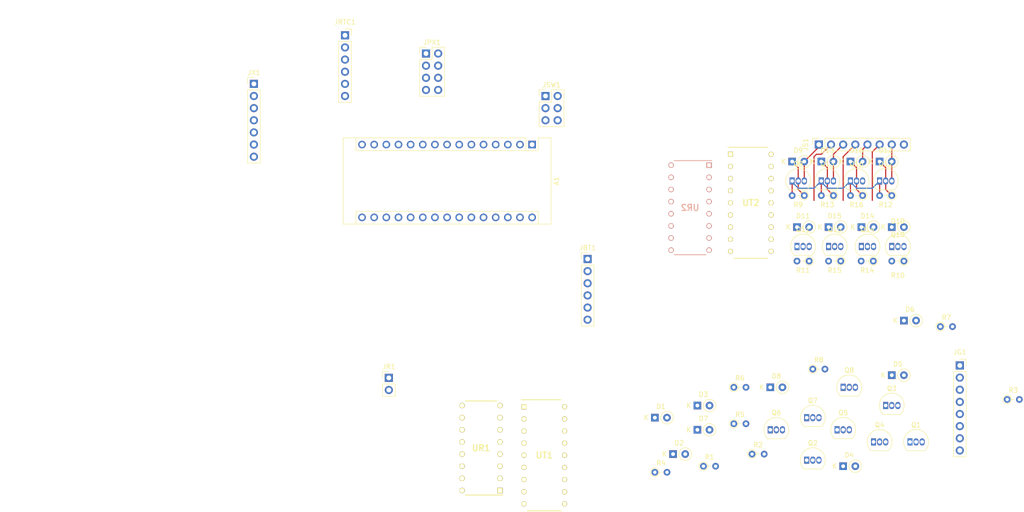
<source format=kicad_pcb>
(kicad_pcb (version 20211014) (generator pcbnew)
  (layers (0 "F.Cu" signal) (31 "B.Cu" signal) (34 "B.Paste" user) (35 "F.Paste" user) (36 "B.SilkS" user "B.Silkscreen") (37 "F.SilkS" user "F.Silkscreen") (38 "B.Mask" user) (39 "F.Mask" user) (44 "Edge.Cuts" user))
  (net 0 "")
  (net 4 "GND1")
  (net 8 "Net-(A1-Pad11)")
  (net 9 "Net-(A1-Pad12)")
  (net 10 "Net-(JSW1-Pad2)")
  (net 11 "Net-(A1-Pad15)")
  (net 12 "Net-(A1-Pad14)")
  (net 15 "Net-(A1-Pad19)")
  (net 16 "Net-(A1-Pad20)")
  (net 17 "+5V")
  (net 18 "Net-(A1-Pad28)")
  (net 20 "GND")
  (net 24 "Net-(D1-Pad1)")
  (net 25 "Net-(D1-Pad2)")
  (net 26 "Net-(D2-Pad1)")
  (net 27 "Net-(D2-Pad2)")
  (net 28 "Net-(D3-Pad1)")
  (net 29 "Net-(D4-Pad1)")
  (net 30 "Net-(D4-Pad2)")
  (net 35 "Net-(UR1-Pad7)")
  (net 36 "Net-(UR1-Pad6)")
  (net 37 "Net-(UR1-Pad5)")
  (net 38 "Net-(UR1-Pad4)")
  (net 39 "Net-(UR1-Pad3)")
  (net 41 "Net-(UR2-Pad15)")
  (net 43 "Net-(UR2-Pad7)")
  (net 44 "Net-(UR2-Pad6)")
  (net 45 "Net-(UR2-Pad5)")
  (net 46 "Net-(UR2-Pad4)")
  (net 47 "Net-(UR2-Pad3)")
  (net 48 "Net-(UR2-Pad2)")
  (net 49 "Net-(UR2-Pad1)")
  (net 50 "Net-(A1-Pad21)")
  (net 51 "Net-(A1-Pad22)")
  (net 52 "Net-(A1-Pad23)")
  (net 53 "Net-(A1-Pad24)")
  (net 54 "Net-(A1-Pad25)")
  (net 55 "Net-(A1-Pad26)")
  (net 56 "Net-(A1-Pad16)")
  (net 57 "Net-(A1-Pad13)")
  (net 58 "Net-(D5-Pad1)")
  (net 59 "Net-(D5-Pad2)")
  (net 60 "Net-(D6-Pad1)")
  (net 61 "Net-(D6-Pad2)")
  (net 62 "Net-(D7-Pad1)")
  (net 63 "Net-(D7-Pad2)")
  (net 64 "Net-(D8-Pad1)")
  (net 65 "Net-(D8-Pad2)")
  (net 66 "Net-(D9-Pad1)")
  (net 67 "Net-(D11-Pad2)")
  (net 74 "Net-(D10-Pad1)")
  (net 75 "Net-(D9-Pad2)")
  (net 76 "Net-(D10-Pad2)")
  (net 77 "Net-(D11-Pad1)")
  (net 78 "Net-(D12-Pad1)")
  (net 79 "Net-(D12-Pad2)")
  (net 80 "Net-(D13-Pad1)")
  (net 81 "Net-(D13-Pad2)")
  (net 82 "Net-(D14-Pad1)")
  (net 83 "Net-(D14-Pad2)")
  (net 84 "Net-(D15-Pad1)")
  (net 85 "Net-(D15-Pad2)")
  (net 86 "Net-(D16-Pad1)")
  (net 87 "Net-(D16-Pad2)")
  (net 88 "+28V")
  (net 89 "Net-(UR1-Pad1)")
  (net 90 "Net-(UR1-Pad2)")
  (net 91 "Net-(UR1-Pad15)")
  (net 95 "Net-(D3-Pad2)")
  (footprint "Diode_THT:D_DO-35_SOD27_P2.54mm_Vertical_KathodeUp" (layer "F.Cu") (at 209.55 93.472)
    (fp_text reference "D14" (at 1.27 -2.326371) (layer "F.SilkS"))
    (fp_text value "1N4148")
    (fp_text user "K" (at -1.8 0) (layer "F.SilkS"))
    (pad "1" thru_hole rect (at 0 0) (size 1.6 1.6) (drill 0.8) (layers *.Cu *.Mask) (net 82 "Net-(D14-Pad1)"))
    (pad "2" thru_hole oval (at 2.54 0) (size 1.6 1.6) (drill 0.8) (layers *.Cu *.Mask) (net 83 "Net-(D14-Pad2)"))
  )
  (footprint "Package_TO_SOT_THT:TO-92_Inline" (layer "F.Cu") (at 198.12 133.35)
    (fp_text reference "Q7" (at 1.27 -3.56) (layer "F.SilkS"))
    (fp_text value "BC547")
    (pad "1" thru_hole rect (at 0 0) (size 1.05 1.5) (drill 0.75) (layers *.Cu *.Mask) (net 88 "+28V"))
    (pad "2" thru_hole oval (at 1.27 0) (size 1.05 1.5) (drill 0.75) (layers *.Cu *.Mask) (net 62 "Net-(D7-Pad1)"))
    (pad "3" thru_hole oval (at 2.54 0) (size 1.05 1.5) (drill 0.75) (layers *.Cu *.Mask) (net 63 "Net-(D7-Pad2)"))
  )
  (footprint "Package_TO_SOT_THT:TO-92_Inline" (layer "F.Cu") (at 195.072 83.82)
    (fp_text reference "Q9" (at 1.27 -3.56) (layer "F.SilkS"))
    (fp_text value "BC547")
    (pad "1" thru_hole rect (at 0 0) (size 1.05 1.5) (drill 0.75) (layers *.Cu *.Mask) (net 88 "+28V"))
    (pad "2" thru_hole oval (at 1.27 0) (size 1.05 1.5) (drill 0.75) (layers *.Cu *.Mask) (net 66 "Net-(D9-Pad1)"))
    (pad "3" thru_hole oval (at 2.54 0) (size 1.05 1.5) (drill 0.75) (layers *.Cu *.Mask) (net 75 "Net-(D9-Pad2)"))
  )
  (footprint "Package_TO_SOT_THT:TO-92_Inline" (layer "F.Cu") (at 214.63 130.81)
    (fp_text reference "Q3" (at 1.27 -3.56) (layer "F.SilkS"))
    (fp_text value "BC547")
    (pad "1" thru_hole rect (at 0 0) (size 1.05 1.5) (drill 0.75) (layers *.Cu *.Mask) (net 88 "+28V"))
    (pad "2" thru_hole oval (at 1.27 0) (size 1.05 1.5) (drill 0.75) (layers *.Cu *.Mask) (net 28 "Net-(D3-Pad1)"))
    (pad "3" thru_hole oval (at 2.54 0) (size 1.05 1.5) (drill 0.75) (layers *.Cu *.Mask) (net 95 "Net-(D3-Pad2)"))
  )
  (footprint "Diode_THT:D_DO-35_SOD27_P2.54mm_Vertical_KathodeUp" (layer "F.Cu") (at 190.5 127)
    (fp_text reference "D8" (at 1.27 -2.326371) (layer "F.SilkS"))
    (fp_text value "1N4148")
    (fp_text user "K" (at -1.8 0) (layer "F.SilkS"))
    (pad "1" thru_hole rect (at 0 0) (size 1.6 1.6) (drill 0.8) (layers *.Cu *.Mask) (net 64 "Net-(D8-Pad1)"))
    (pad "2" thru_hole oval (at 2.54 0) (size 1.6 1.6) (drill 0.8) (layers *.Cu *.Mask) (net 65 "Net-(D8-Pad2)"))
  )
  (footprint "Diode_THT:D_DO-35_SOD27_P2.54mm_Vertical_KathodeUp" (layer "F.Cu") (at 195.072 79.756)
    (fp_text reference "D9" (at 1.27 -2.326371) (layer "F.SilkS"))
    (fp_text value "1N4148")
    (fp_text user "K" (at -1.8 0) (layer "F.SilkS"))
    (pad "1" thru_hole rect (at 0 0) (size 1.6 1.6) (drill 0.8) (layers *.Cu *.Mask) (net 66 "Net-(D9-Pad1)"))
    (pad "2" thru_hole oval (at 2.54 0) (size 1.6 1.6) (drill 0.8) (layers *.Cu *.Mask) (net 75 "Net-(D9-Pad2)"))
  )
  (footprint "Diode_THT:D_DO-35_SOD27_P2.54mm_Vertical_KathodeUp" (layer "F.Cu") (at 170.18 140.97)
    (fp_text reference "D2" (at 1.27 -2.326371) (layer "F.SilkS"))
    (fp_text value "1N4148")
    (fp_text user "K" (at -1.8 0) (layer "F.SilkS"))
    (pad "1" thru_hole rect (at 0 0) (size 1.6 1.6) (drill 0.8) (layers *.Cu *.Mask) (net 26 "Net-(D2-Pad1)"))
    (pad "2" thru_hole oval (at 2.54 0) (size 1.6 1.6) (drill 0.8) (layers *.Cu *.Mask) (net 27 "Net-(D2-Pad2)"))
  )
  (footprint "Package_TO_SOT_THT:TO-92_Inline" (layer "F.Cu") (at 219.71 138.43)
    (fp_text reference "Q1" (at 1.27 -3.56) (layer "F.SilkS"))
    (fp_text value "BC547")
    (pad "1" thru_hole rect (at 0 0) (size 1.05 1.5) (drill 0.75) (layers *.Cu *.Mask) (net 88 "+28V"))
    (pad "2" thru_hole oval (at 1.27 0) (size 1.05 1.5) (drill 0.75) (layers *.Cu *.Mask) (net 24 "Net-(D1-Pad1)"))
    (pad "3" thru_hole oval (at 2.54 0) (size 1.05 1.5) (drill 0.75) (layers *.Cu *.Mask) (net 25 "Net-(D1-Pad2)"))
  )
  (footprint "Resistor_THT:R_Axial_DIN0204_L3.6mm_D1.6mm_P2.54mm_Vertical" (layer "F.Cu") (at 240.03 129.54)
    (fp_text reference "R3" (at 1.27 -1.92) (layer "F.SilkS"))
    (fp_text value "100k")
    (pad "1" thru_hole circle (at 0 0) (size 1.4 1.4) (drill 0.7) (layers *.Cu *.Mask) (net 28 "Net-(D3-Pad1)"))
    (pad "2" thru_hole oval (at 2.54 0) (size 1.4 1.4) (drill 0.7) (layers *.Cu *.Mask) (net 88 "+28V"))
  )
  (footprint "SN74HC595N:DIP794W53P254L1930H508Q16N" (layer "F.Cu") (at 130.048 139.7 180)
    (fp_text reference "UR1" (at 0 0) (layer "F.SilkS") (effects (font (size 1.27 1.27) (thickness 0.254))))
    (fp_text value "74HC595" hide)
    (pad "1" thru_hole rect (at -3.97 -8.89 270) (size 1.13 1.13) (drill 0.73) (layers *.Cu *.Mask "F.SilkS") (net 89 "Net-(UR1-Pad1)"))
    (pad "2" thru_hole circle (at -3.97 -6.35 270) (size 1.13 1.13) (drill 0.73) (layers *.Cu *.Mask "F.SilkS") (net 90 "Net-(UR1-Pad2)"))
    (pad "3" thru_hole circle (at -3.97 -3.81 270) (size 1.13 1.13) (drill 0.73) (layers *.Cu *.Mask "F.SilkS") (net 39 "Net-(UR1-Pad3)"))
    (pad "4" thru_hole circle (at -3.97 -1.27 270) (size 1.13 1.13) (drill 0.73) (layers *.Cu *.Mask "F.SilkS") (net 38 "Net-(UR1-Pad4)"))
    (pad "5" thru_hole circle (at -3.97 1.27 270) (size 1.13 1.13) (drill 0.73) (layers *.Cu *.Mask "F.SilkS") (net 37 "Net-(UR1-Pad5)"))
    (pad "6" thru_hole circle (at -3.97 3.81 270) (size 1.13 1.13) (drill 0.73) (layers *.Cu *.Mask "F.SilkS") (net 36 "Net-(UR1-Pad6)"))
    (pad "7" thru_hole circle (at -3.97 6.35 270) (size 1.13 1.13) (drill 0.73) (layers *.Cu *.Mask "F.SilkS") (net 35 "Net-(UR1-Pad7)"))
    (pad "8" thru_hole circle (at -3.97 8.89 270) (size 1.13 1.13) (drill 0.73) (layers *.Cu *.Mask "F.SilkS") (net 4 "GND1"))
    (pad "9" thru_hole circle (at 3.97 8.89 270) (size 1.13 1.13) (drill 0.73) (layers *.Cu *.Mask "F.SilkS"))
    (pad "10" thru_hole circle (at 3.97 6.35 270) (size 1.13 1.13) (drill 0.73) (layers *.Cu *.Mask "F.SilkS") (net 17 "+5V"))
    (pad "11" thru_hole circle (at 3.97 3.81 270) (size 1.13 1.13) (drill 0.73) (layers *.Cu *.Mask "F.SilkS"))
    (pad "12" thru_hole circle (at 3.97 1.27 270) (size 1.13 1.13) (drill 0.73) (layers *.Cu *.Mask "F.SilkS"))
    (pad "13" thru_hole circle (at 3.97 -1.27 270) (size 1.13 1.13) (drill 0.73) (layers *.Cu *.Mask "F.SilkS") (net 4 "GND1"))
    (pad "14" thru_hole circle (at 3.97 -3.81 270) (size 1.13 1.13) (drill 0.73) (layers *.Cu *.Mask "F.SilkS"))
    (pad "15" thru_hole circle (at 3.97 -6.35 270) (size 1.13 1.13) (drill 0.73) (layers *.Cu *.Mask "F.SilkS") (net 91 "Net-(UR1-Pad15)"))
    (pad "16" thru_hole circle (at 3.97 -8.89 270) (size 1.13 1.13) (drill 0.73) (layers *.Cu *.Mask "F.SilkS") (net 17 "+5V"))
  )
  (footprint "Diode_THT:D_DO-35_SOD27_P2.54mm_Vertical_KathodeUp" (layer "F.Cu") (at 205.74 143.51)
    (fp_text reference "D4" (at 1.27 -2.326371) (layer "F.SilkS"))
    (fp_text value "1N4148")
    (fp_text user "K" (at -1.8 0) (layer "F.SilkS"))
    (pad "1" thru_hole rect (at 0 0) (size 1.6 1.6) (drill 0.8) (layers *.Cu *.Mask) (net 29 "Net-(D4-Pad1)"))
    (pad "2" thru_hole oval (at 2.54 0) (size 1.6 1.6) (drill 0.8) (layers *.Cu *.Mask) (net 30 "Net-(D4-Pad2)"))
  )
  (footprint "Connector_PinHeader_2.54mm:PinHeader_1x02_P2.54mm_Vertical" (layer "F.Cu") (at 110.76 125.02)
    (fp_text reference "JR1" (at 0 -2.33) (layer "F.SilkS"))
    (fp_text value "Conn_01x02")
    (pad "1" thru_hole rect (at 0 0) (size 1.7 1.7) (drill 1) (layers *.Cu *.Mask) (net 18 "Net-(A1-Pad28)"))
    (pad "2" thru_hole oval (at 0 2.54) (size 1.7 1.7) (drill 1) (layers *.Cu *.Mask) (net 4 "GND1"))
  )
  (footprint "Package_TO_SOT_THT:TO-92_Inline" (layer "F.Cu") (at 207.264 83.82)
    (fp_text reference "Q16" (at 1.27 -3.56) (layer "F.SilkS"))
    (fp_text value "BC547")
    (pad "1" thru_hole rect (at 0 0) (size 1.05 1.5) (drill 0.75) (layers *.Cu *.Mask) (net 88 "+28V"))
    (pad "2" thru_hole oval (at 1.27 0) (size 1.05 1.5) (drill 0.75) (layers *.Cu *.Mask) (net 86 "Net-(D16-Pad1)"))
    (pad "3" thru_hole oval (at 2.54 0) (size 1.05 1.5) (drill 0.75) (layers *.Cu *.Mask) (net 87 "Net-(D16-Pad2)"))
  )
  (footprint "Diode_THT:D_DO-35_SOD27_P2.54mm_Vertical_KathodeUp" (layer "F.Cu") (at 218.44 113.03)
    (fp_text reference "D6" (at 1.27 -2.326371) (layer "F.SilkS"))
    (fp_text value "1N4148")
    (fp_text user "K" (at -1.8 0) (layer "F.SilkS"))
    (pad "1" thru_hole rect (at 0 0) (size 1.6 1.6) (drill 0.8) (layers *.Cu *.Mask) (net 60 "Net-(D6-Pad1)"))
    (pad "2" thru_hole oval (at 2.54 0) (size 1.6 1.6) (drill 0.8) (layers *.Cu *.Mask) (net 61 "Net-(D6-Pad2)"))
  )
  (footprint "Package_TO_SOT_THT:TO-92_Inline" (layer "F.Cu") (at 212.09 138.43)
    (fp_text reference "Q4" (at 1.27 -3.56) (layer "F.SilkS"))
    (fp_text value "BC547")
    (pad "1" thru_hole rect (at 0 0) (size 1.05 1.5) (drill 0.75) (layers *.Cu *.Mask) (net 88 "+28V"))
    (pad "2" thru_hole oval (at 1.27 0) (size 1.05 1.5) (drill 0.75) (layers *.Cu *.Mask) (net 29 "Net-(D4-Pad1)"))
    (pad "3" thru_hole oval (at 2.54 0) (size 1.05 1.5) (drill 0.75) (layers *.Cu *.Mask) (net 30 "Net-(D4-Pad2)"))
  )
  (footprint "Package_TO_SOT_THT:TO-92_Inline" (layer "F.Cu") (at 201.168 83.82)
    (fp_text reference "Q13" (at 1.27 -3.56) (layer "F.SilkS"))
    (fp_text value "BC547")
    (pad "1" thru_hole rect (at 0 0) (size 1.05 1.5) (drill 0.75) (layers *.Cu *.Mask) (net 88 "+28V"))
    (pad "2" thru_hole oval (at 1.27 0) (size 1.05 1.5) (drill 0.75) (layers *.Cu *.Mask) (net 80 "Net-(D13-Pad1)"))
    (pad "3" thru_hole oval (at 2.54 0) (size 1.05 1.5) (drill 0.75) (layers *.Cu *.Mask) (net 81 "Net-(D13-Pad2)"))
  )
  (footprint "Diode_THT:D_DO-35_SOD27_P2.54mm_Vertical_KathodeUp" (layer "F.Cu") (at 175.26 130.81)
    (fp_text reference "D3" (at 1.27 -2.326371) (layer "F.SilkS"))
    (fp_text value "1N4148")
    (fp_text user "K" (at -1.8 0) (layer "F.SilkS"))
    (pad "1" thru_hole rect (at 0 0) (size 1.6 1.6) (drill 0.8) (layers *.Cu *.Mask) (net 28 "Net-(D3-Pad1)"))
    (pad "2" thru_hole oval (at 2.54 0) (size 1.6 1.6) (drill 0.8) (layers *.Cu *.Mask) (net 95 "Net-(D3-Pad2)"))
  )
  (footprint "Resistor_THT:R_Axial_DIN0204_L3.6mm_D1.6mm_P2.54mm_Vertical" (layer "F.Cu") (at 186.69 140.97)
    (fp_text reference "R2" (at 1.27 -1.92) (layer "F.SilkS"))
    (fp_text value "100k")
    (pad "1" thru_hole circle (at 0 0) (size 1.4 1.4) (drill 0.7) (layers *.Cu *.Mask) (net 26 "Net-(D2-Pad1)"))
    (pad "2" thru_hole oval (at 2.54 0) (size 1.4 1.4) (drill 0.7) (layers *.Cu *.Mask) (net 88 "+28V"))
  )
  (footprint "Package_TO_SOT_THT:TO-92_Inline" (layer "F.Cu") (at 196.088 97.536)
    (fp_text reference "Q11" (at 1.27 -3.56) (layer "F.SilkS"))
    (fp_text value "BC547")
    (pad "1" thru_hole rect (at 0 0) (size 1.05 1.5) (drill 0.75) (layers *.Cu *.Mask) (net 88 "+28V"))
    (pad "2" thru_hole oval (at 1.27 0) (size 1.05 1.5) (drill 0.75) (layers *.Cu *.Mask) (net 77 "Net-(D11-Pad1)"))
    (pad "3" thru_hole oval (at 2.54 0) (size 1.05 1.5) (drill 0.75) (layers *.Cu *.Mask) (net 67 "Net-(D11-Pad2)"))
  )
  (footprint "ULN2803A:DIP850W46P254L2324H393Q18N" (layer "F.Cu") (at 143.256 141.224)
    (fp_text reference "UT1" (at 0 0) (layer "F.SilkS") (effects (font (size 1.27 1.27) (thickness 0.254))))
    (fp_text value "ULN2803A" hide)
    (pad "1" thru_hole rect (at -4.25 -10.16 90) (size 1.06 1.06) (drill 0.66) (layers *.Cu *.Mask "F.SilkS") (net 35 "Net-(UR1-Pad7)"))
    (pad "2" thru_hole circle (at -4.25 -7.62 90) (size 1.06 1.06) (drill 0.66) (layers *.Cu *.Mask "F.SilkS") (net 36 "Net-(UR1-Pad6)"))
    (pad "3" thru_hole circle (at -4.25 -5.08 90) (size 1.06 1.06) (drill 0.66) (layers *.Cu *.Mask "F.SilkS") (net 37 "Net-(UR1-Pad5)"))
    (pad "4" thru_hole circle (at -4.25 -2.54 90) (size 1.06 1.06) (drill 0.66) (layers *.Cu *.Mask "F.SilkS") (net 38 "Net-(UR1-Pad4)"))
    (pad "5" thru_hole circle (at -4.25 0 90) (size 1.06 1.06) (drill 0.66) (layers *.Cu *.Mask "F.SilkS") (net 39 "Net-(UR1-Pad3)"))
    (pad "6" thru_hole circle (at -4.25 2.54 90) (size 1.06 1.06) (drill 0.66) (layers *.Cu *.Mask "F.SilkS") (net 90 "Net-(UR1-Pad2)"))
    (pad "7" thru_hole circle (at -4.25 5.08 90) (size 1.06 1.06) (drill 0.66) (layers *.Cu *.Mask "F.SilkS") (net 89 "Net-(UR1-Pad1)"))
    (pad "8" thru_hole circle (at -4.25 7.62 90) (size 1.06 1.06) (drill 0.66) (layers *.Cu *.Mask "F.SilkS") (net 91 "Net-(UR1-Pad15)"))
    (pad "9" thru_hole circle (at -4.25 10.16 90) (size 1.06 1.06) (drill 0.66) (layers *.Cu *.Mask "F.SilkS") (net 20 "GND"))
    (pad "10" thru_hole circle (at 4.25 10.16 90) (size 1.06 1.06) (drill 0.66) (layers *.Cu *.Mask "F.SilkS") (net 88 "+28V"))
    (pad "11" thru_hole circle (at 4.25 7.62 90) (size 1.06 1.06) (drill 0.66) (layers *.Cu *.Mask "F.SilkS") (net 26 "Net-(D2-Pad1)"))
    (pad "12" thru_hole circle (at 4.25 5.08 90) (size 1.06 1.06) (drill 0.66) (layers *.Cu *.Mask "F.SilkS") (net 29 "Net-(D4-Pad1)"))
    (pad "13" thru_hole circle (at 4.25 2.54 90) (size 1.06 1.06) (drill 0.66) (layers *.Cu *.Mask "F.SilkS") (net 60 "Net-(D6-Pad1)"))
    (pad "14" thru_hole circle (at 4.25 0 90) (size 1.06 1.06) (drill 0.66) (layers *.Cu *.Mask "F.SilkS") (net 64 "Net-(D8-Pad1)"))
    (pad "15" thru_hole circle (at 4.25 -2.54 90) (size 1.06 1.06) (drill 0.66) (layers *.Cu *.Mask "F.SilkS") (net 62 "Net-(D7-Pad1)"))
    (pad "16" thru_hole circle (at 4.25 -5.08 90) (size 1.06 1.06) (drill 0.66) (layers *.Cu *.Mask "F.SilkS") (net 58 "Net-(D5-Pad1)"))
    (pad "17" thru_hole circle (at 4.25 -7.62 90) (size 1.06 1.06) (drill 0.66) (layers *.Cu *.Mask "F.SilkS") (net 28 "Net-(D3-Pad1)"))
    (pad "18" thru_hole circle (at 4.25 -10.16 90) (size 1.06 1.06) (drill 0.66) (layers *.Cu *.Mask "F.SilkS") (net 24 "Net-(D1-Pad1)"))
  )
  (footprint "Resistor_THT:R_Axial_DIN0204_L3.6mm_D1.6mm_P2.54mm_Vertical" (layer "F.Cu") (at 212.04 100.584 180)
    (fp_text reference "R14" (at 1.27 -1.92) (layer "F.SilkS"))
    (fp_text value "100k")
    (pad "1" thru_hole circle (at 0 0 180) (size 1.4 1.4) (drill 0.7) (layers *.Cu *.Mask) (net 82 "Net-(D14-Pad1)"))
    (pad "2" thru_hole oval (at 2.54 0 180) (size 1.4 1.4) (drill 0.7) (layers *.Cu *.Mask) (net 88 "+28V"))
  )
  (footprint "Resistor_THT:R_Axial_DIN0204_L3.6mm_D1.6mm_P2.54mm_Vertical" (layer "F.Cu") (at 215.9 86.868 180)
    (fp_text reference "R12" (at 1.27 -1.92) (layer "F.SilkS"))
    (fp_text value "100k")
    (pad "1" thru_hole circle (at 0 0 180) (size 1.4 1.4) (drill 0.7) (layers *.Cu *.Mask) (net 78 "Net-(D12-Pad1)"))
    (pad "2" thru_hole oval (at 2.54 0 180) (size 1.4 1.4) (drill 0.7) (layers *.Cu *.Mask) (net 88 "+28V"))
  )
  (footprint "Resistor_THT:R_Axial_DIN0204_L3.6mm_D1.6mm_P2.54mm_Vertical" (layer "F.Cu") (at 166.37 144.78)
    (fp_text reference "R4" (at 1.27 -1.92) (layer "F.SilkS"))
    (fp_text value "100k")
    (pad "1" thru_hole circle (at 0 0) (size 1.4 1.4) (drill 0.7) (layers *.Cu *.Mask) (net 29 "Net-(D4-Pad1)"))
    (pad "2" thru_hole oval (at 2.54 0) (size 1.4 1.4) (drill 0.7) (layers *.Cu *.Mask) (net 88 "+28V"))
  )
  (footprint "Diode_THT:D_DO-35_SOD27_P2.54mm_Vertical_KathodeUp" (layer "F.Cu") (at 207.264 79.756)
    (fp_text reference "D16" (at 1.27 -2.326371) (layer "F.SilkS"))
    (fp_text value "1N4148")
    (fp_text user "K" (at -1.8 0) (layer "F.SilkS"))
    (pad "1" thru_hole rect (at 0 0) (size 1.6 1.6) (drill 0.8) (layers *.Cu *.Mask) (net 86 "Net-(D16-Pad1)"))
    (pad "2" thru_hole oval (at 2.54 0) (size 1.6 1.6) (drill 0.8) (layers *.Cu *.Mask) (net 87 "Net-(D16-Pad2)"))
  )
  (footprint "Resistor_THT:R_Axial_DIN0204_L3.6mm_D1.6mm_P2.54mm_Vertical" (layer "F.Cu") (at 176.53 143.51)
    (fp_text reference "R1" (at 1.27 -1.92) (layer "F.SilkS"))
    (fp_text value "100k")
    (pad "1" thru_hole circle (at 0 0) (size 1.4 1.4) (drill 0.7) (layers *.Cu *.Mask) (net 24 "Net-(D1-Pad1)"))
    (pad "2" thru_hole oval (at 2.54 0) (size 1.4 1.4) (drill 0.7) (layers *.Cu *.Mask) (net 88 "+28V"))
  )
  (footprint "Package_TO_SOT_THT:TO-92_Inline" (layer "F.Cu") (at 205.74 127)
    (fp_text reference "Q8" (at 1.27 -3.56) (layer "F.SilkS"))
    (fp_text value "BC547")
    (pad "1" thru_hole rect (at 0 0) (size 1.05 1.5) (drill 0.75) (layers *.Cu *.Mask) (net 88 "+28V"))
    (pad "2" thru_hole oval (at 1.27 0) (size 1.05 1.5) (drill 0.75) (layers *.Cu *.Mask) (net 64 "Net-(D8-Pad1)"))
    (pad "3" thru_hole oval (at 2.54 0) (size 1.05 1.5) (drill 0.75) (layers *.Cu *.Mask) (net 65 "Net-(D8-Pad2)"))
  )
  (footprint "Connector_PinHeader_2.54mm:PinHeader_2x04_P2.54mm_Vertical" (layer "F.Cu") (at 118.53 57.15)
    (fp_text reference "JPX1" (at 1.27 -2.33) (layer "F.SilkS"))
    (fp_text value "Conn_02x04_Odd_Even")
    (pad "1" thru_hole rect (at 0 0) (size 1.7 1.7) (drill 1) (layers *.Cu *.Mask) (net 17 "+5V"))
    (pad "2" thru_hole oval (at 2.54 0) (size 1.7 1.7) (drill 1) (layers *.Cu *.Mask) (net 4 "GND1"))
    (pad "3" thru_hole oval (at 0 2.54) (size 1.7 1.7) (drill 1) (layers *.Cu *.Mask) (net 17 "+5V"))
    (pad "4" thru_hole oval (at 2.54 2.54) (size 1.7 1.7) (drill 1) (layers *.Cu *.Mask) (net 4 "GND1"))
    (pad "5" thru_hole oval (at 0 5.08) (size 1.7 1.7) (drill 1) (layers *.Cu *.Mask) (net 17 "+5V"))
    (pad "6" thru_hole oval (at 2.54 5.08) (size 1.7 1.7) (drill 1) (layers *.Cu *.Mask) (net 4 "GND1"))
    (pad "7" thru_hole oval (at 0 7.62) (size 1.7 1.7) (drill 1) (layers *.Cu *.Mask) (net 17 "+5V"))
    (pad "8" thru_hole oval (at 2.54 7.62) (size 1.7 1.7) (drill 1) (layers *.Cu *.Mask) (net 4 "GND1"))
  )
  (footprint "Diode_THT:D_DO-35_SOD27_P2.54mm_Vertical_KathodeUp" (layer "F.Cu") (at 215.9 93.472)
    (fp_text reference "D10" (at 1.27 -1.246371) (layer "F.SilkS"))
    (fp_text value "1N4148")
    (fp_text user "K" (at -1.8 0) (layer "F.SilkS"))
    (pad "1" thru_hole rect (at 0 0) (size 1.6 1.6) (drill 0.8) (layers *.Cu *.Mask) (net 74 "Net-(D10-Pad1)"))
    (pad "2" thru_hole oval (at 2.54 0) (size 1.6 1.6) (drill 0.8) (layers *.Cu *.Mask) (net 76 "Net-(D10-Pad2)"))
  )
  (footprint "Package_TO_SOT_THT:TO-92_Inline" (layer "F.Cu") (at 213.36 83.82)
    (fp_text reference "Q12" (at 1.27 -3.56) (layer "F.SilkS"))
    (fp_text value "BC547")
    (pad "1" thru_hole rect (at 0 0) (size 1.05 1.5) (drill 0.75) (layers *.Cu *.Mask) (net 88 "+28V"))
    (pad "2" thru_hole oval (at 1.27 0) (size 1.05 1.5) (drill 0.75) (layers *.Cu *.Mask) (net 78 "Net-(D12-Pad1)"))
    (pad "3" thru_hole oval (at 2.54 0) (size 1.05 1.5) (drill 0.75) (layers *.Cu *.Mask) (net 79 "Net-(D12-Pad2)"))
  )
  (footprint "Resistor_THT:R_Axial_DIN0204_L3.6mm_D1.6mm_P2.54mm_Vertical" (layer "F.Cu") (at 218.44 100.584 180)
    (fp_text reference "R10" (at 1.27 -3) (layer "F.SilkS"))
    (fp_text value "100k")
    (pad "1" thru_hole circle (at 0 0 180) (size 1.4 1.4) (drill 0.7) (layers *.Cu *.Mask) (net 74 "Net-(D10-Pad1)"))
    (pad "2" thru_hole oval (at 2.54 0 180) (size 1.4 1.4) (drill 0.7) (layers *.Cu *.Mask) (net 88 "+28V"))
  )
  (footprint "Resistor_THT:R_Axial_DIN0204_L3.6mm_D1.6mm_P2.54mm_Vertical" (layer "F.Cu") (at 197.612 86.868 180)
    (fp_text reference "R9" (at 1.27 -1.92) (layer "F.SilkS"))
    (fp_text value "100k")
    (pad "1" thru_hole circle (at 0 0 180) (size 1.4 1.4) (drill 0.7) (layers *.Cu *.Mask) (net 66 "Net-(D9-Pad1)"))
    (pad "2" thru_hole oval (at 2.54 0 180) (size 1.4 1.4) (drill 0.7) (layers *.Cu *.Mask) (net 88 "+28V"))
  )
  (footprint "Package_TO_SOT_THT:TO-92_Inline" (layer "F.Cu") (at 204.47 135.89)
    (fp_text reference "Q5" (at 1.27 -3.56) (layer "F.SilkS"))
    (fp_text value "BC547")
    (pad "1" thru_hole rect (at 0 0) (size 1.05 1.5) (drill 0.75) (layers *.Cu *.Mask) (net 88 "+28V"))
    (pad "2" thru_hole oval (at 1.27 0) (size 1.05 1.5) (drill 0.75) (layers *.Cu *.Mask) (net 58 "Net-(D5-Pad1)"))
    (pad "3" thru_hole oval (at 2.54 0) (size 1.05 1.5) (drill 0.75) (layers *.Cu *.Mask) (net 59 "Net-(D5-Pad2)"))
  )
  (footprint "Package_TO_SOT_THT:TO-92_Inline" (layer "F.Cu") (at 202.692 97.536)
    (fp_text reference "Q15" (at 1.27 -3.56) (layer "F.SilkS"))
    (fp_text value "BC547")
    (pad "1" thru_hole rect (at 0 0) (size 1.05 1.5) (drill 0.75) (layers *.Cu *.Mask) (net 88 "+28V"))
    (pad "2" thru_hole oval (at 1.27 0) (size 1.05 1.5) (drill 0.75) (layers *.Cu *.Mask) (net 84 "Net-(D15-Pad1)"))
    (pad "3" thru_hole oval (at 2.54 0) (size 1.05 1.5) (drill 0.75) (layers *.Cu *.Mask) (net 85 "Net-(D15-Pad2)"))
  )
  (footprint "Resistor_THT:R_Axial_DIN0204_L3.6mm_D1.6mm_P2.54mm_Vertical" (layer "F.Cu") (at 209.804 86.868 180)
    (fp_text reference "R16" (at 1.27 -1.92) (layer "F.SilkS"))
    (fp_text value "100k")
    (pad "1" thru_hole circle (at 0 0 180) (size 1.4 1.4) (drill 0.7) (layers *.Cu *.Mask) (net 86 "Net-(D16-Pad1)"))
    (pad "2" thru_hole oval (at 2.54 0 180) (size 1.4 1.4) (drill 0.7) (layers *.Cu *.Mask) (net 88 "+28V"))
  )
  (footprint "Diode_THT:D_DO-35_SOD27_P2.54mm_Vertical_KathodeUp" (layer "F.Cu") (at 213.36 79.756)
    (fp_text reference "D12" (at 1.27 -2.326371) (layer "F.SilkS"))
    (fp_text value "1N4148")
    (fp_text user "K" (at -1.8 0) (layer "F.SilkS"))
    (pad "1" thru_hole rect (at 0 0) (size 1.6 1.6) (drill 0.8) (layers *.Cu *.Mask) (net 78 "Net-(D12-Pad1)"))
    (pad "2" thru_hole oval (at 2.54 0) (size 1.6 1.6) (drill 0.8) (layers *.Cu *.Mask) (net 79 "Net-(D12-Pad2)"))
  )
  (footprint "Diode_THT:D_DO-35_SOD27_P2.54mm_Vertical_KathodeUp" (layer "F.Cu") (at 175.26 135.89)
    (fp_text reference "D7" (at 1.27 -2.326371) (layer "F.SilkS"))
    (fp_text value "1N4148")
    (fp_text user "K" (at -1.8 0) (layer "F.SilkS"))
    (pad "1" thru_hole rect (at 0 0) (size 1.6 1.6) (drill 0.8) (layers *.Cu *.Mask) (net 62 "Net-(D7-Pad1)"))
    (pad "2" thru_hole oval (at 2.54 0) (size 1.6 1.6) (drill 0.8) (layers *.Cu *.Mask) (net 63 "Net-(D7-Pad2)"))
  )
  (footprint "Resistor_THT:R_Axial_DIN0204_L3.6mm_D1.6mm_P2.54mm_Vertical" (layer "F.Cu") (at 198.628 100.584 180)
    (fp_text reference "R11" (at 1.27 -1.92) (layer "F.SilkS"))
    (fp_text value "100k")
    (pad "1" thru_hole circle (at 0 0 180) (size 1.4 1.4) (drill 0.7) (layers *.Cu *.Mask) (net 77 "Net-(D11-Pad1)"))
    (pad "2" thru_hole oval (at 2.54 0 180) (size 1.4 1.4) (drill 0.7) (layers *.Cu *.Mask) (net 88 "+28V"))
  )
  (footprint "Diode_THT:D_DO-35_SOD27_P2.54mm_Vertical_KathodeUp" (layer "F.Cu") (at 215.9 124.46)
    (fp_text reference "D5" (at 1.27 -2.326371) (layer "F.SilkS"))
    (fp_text value "1N4148")
    (fp_text user "K" (at -1.8 0) (layer "F.SilkS"))
    (pad "1" thru_hole rect (at 0 0) (size 1.6 1.6) (drill 0.8) (layers *.Cu *.Mask) (net 58 "Net-(D5-Pad1)"))
    (pad "2" thru_hole oval (at 2.54 0) (size 1.6 1.6) (drill 0.8) (layers *.Cu *.Mask) (net 59 "Net-(D5-Pad2)"))
  )
  (footprint "ULN2803A:DIP850W46P254L2324H393Q18N" (layer "F.Cu") (at 186.436 88.392)
    (fp_text reference "UT2" (at 0 0) (layer "F.SilkS") (effects (font (size 1.27 1.27) (thickness 0.254))))
    (fp_text value "ULN2803A" hide)
    (pad "1" thru_hole rect (at -4.25 -10.16 90) (size 1.06 1.06) (drill 0.66) (layers *.Cu *.Mask "F.SilkS") (net 41 "Net-(UR2-Pad15)"))
    (pad "2" thru_hole circle (at -4.25 -7.62 90) (size 1.06 1.06) (drill 0.66) (layers *.Cu *.Mask "F.SilkS") (net 49 "Net-(UR2-Pad1)"))
    (pad "3" thru_hole circle (at -4.25 -5.08 90) (size 1.06 1.06) (drill 0.66) (layers *.Cu *.Mask "F.SilkS") (net 48 "Net-(UR2-Pad2)"))
    (pad "4" thru_hole circle (at -4.25 -2.54 90) (size 1.06 1.06) (drill 0.66) (layers *.Cu *.Mask "F.SilkS") (net 47 "Net-(UR2-Pad3)"))
    (pad "5" thru_hole circle (at -4.25 0 90) (size 1.06 1.06) (drill 0.66) (layers *.Cu *.Mask "F.SilkS") (net 46 "Net-(UR2-Pad4)"))
    (pad "6" thru_hole circle (at -4.25 2.54 90) (size 1.06 1.06) (drill 0.66) (layers *.Cu *.Mask "F.SilkS") (net 45 "Net-(UR2-Pad5)"))
    (pad "7" thru_hole circle (at -4.25 5.08 90) (size 1.06 1.06) (drill 0.66) (layers *.Cu *.Mask "F.SilkS") (net 44 "Net-(UR2-Pad6)"))
    (pad "8" thru_hole circle (at -4.25 7.62 90) (size 1.06 1.06) (drill 0.66) (layers *.Cu *.Mask "F.SilkS") (net 43 "Net-(UR2-Pad7)"))
    (pad "9" thru_hole circle (at -4.25 10.16 90) (size 1.06 1.06) (drill 0.66) (layers *.Cu *.Mask "F.SilkS") (net 20 "GND"))
    (pad "10" thru_hole circle (at 4.25 10.16 90) (size 1.06 1.06) (drill 0.66) (layers *.Cu *.Mask "F.SilkS") (net 88 "+28V"))
    (pad "11" thru_hole circle (at 4.25 7.62 90) (size 1.06 1.06) (drill 0.66) (layers *.Cu *.Mask "F.SilkS") (net 66 "Net-(D9-Pad1)"))
    (pad "12" thru_hole circle (at 4.25 5.08 90) (size 1.06 1.06) (drill 0.66) (layers *.Cu *.Mask "F.SilkS") (net 77 "Net-(D11-Pad1)"))
    (pad "13" thru_hole circle (at 4.25 2.54 90) (size 1.06 1.06) (drill 0.66) (layers *.Cu *.Mask "F.SilkS") (net 80 "Net-(D13-Pad1)"))
    (pad "14" thru_hole circle (at 4.25 0 90) (size 1.06 1.06) (drill 0.66) (layers *.Cu *.Mask "F.SilkS") (net 84 "Net-(D15-Pad1)"))
    (pad "15" thru_hole circle (at 4.25 -2.54 90) (size 1.06 1.06) (drill 0.66) (layers *.Cu *.Mask "F.SilkS") (net 86 "Net-(D16-Pad1)"))
    (pad "16" thru_hole circle (at 4.25 -5.08 90) (size 1.06 1.06) (drill 0.66) (layers *.Cu *.Mask "F.SilkS") (net 82 "Net-(D14-Pad1)"))
    (pad "17" thru_hole circle (at 4.25 -7.62 90) (size 1.06 1.06) (drill 0.66) (layers *.Cu *.Mask "F.SilkS") (net 78 "Net-(D12-Pad1)"))
    (pad "18" thru_hole circle (at 4.25 -10.16 90) (size 1.06 1.06) (drill 0.66) (layers *.Cu *.Mask "F.SilkS") (net 74 "Net-(D10-Pad1)"))
  )
  (footprint "Diode_THT:D_DO-35_SOD27_P2.54mm_Vertical_KathodeUp" (layer "F.Cu") (at 166.37 133.35)
    (fp_text reference "D1" (at 1.27 -2.326371) (layer "F.SilkS"))
    (fp_text value "1N4148")
    (fp_text user "K" (at -1.8 0) (layer "F.SilkS"))
    (pad "1" thru_hole rect (at 0 0) (size 1.6 1.6) (drill 0.8) (layers *.Cu *.Mask) (net 24 "Net-(D1-Pad1)"))
    (pad "2" thru_hole oval (at 2.54 0) (size 1.6 1.6) (drill 0.8) (layers *.Cu *.Mask) (net 25 "Net-(D1-Pad2)"))
  )
  (footprint "Connector_PinHeader_2.54mm:PinHeader_1x06_P2.54mm_Vertical" (layer "F.Cu") (at 152.31 100.15)
    (fp_text reference "JBT1" (at 0 -2.33) (layer "F.SilkS"))
    (fp_text value "Conn_01x06")
    (pad "1" thru_hole rect (at 0 0) (size 1.7 1.7) (drill 1) (layers *.Cu *.Mask))
    (pad "2" thru_hole oval (at 0 2.54) (size 1.7 1.7) (drill 1) (layers *.Cu *.Mask) (net 8 "Net-(A1-Pad11)"))
    (pad "3" thru_hole oval (at 0 5.08) (size 1.7 1.7) (drill 1) (layers *.Cu *.Mask) (net 9 "Net-(A1-Pad12)"))
    (pad "4" thru_hole oval (at 0 7.62) (size 1.7 1.7) (drill 1) (layers *.Cu *.Mask) (net 4 "GND1"))
    (pad "5" thru_hole oval (at 0 10.16) (size 1.7 1.7) (drill 1) (layers *.Cu *.Mask) (net 17 "+5V"))
    (pad "6" thru_hole oval (at 0 12.7) (size 1.7 1.7) (drill 1) (layers *.Cu *.Mask))
  )
  (footprint "Diode_THT:D_DO-35_SOD27_P2.54mm_Vertical_KathodeUp" (layer "F.Cu") (at 201.168 79.756)
    (fp_text reference "D13" (at 1.27 -2.326371) (layer "F.SilkS"))
    (fp_text value "1N4148")
    (fp_text user "K" (at -1.8 0) (layer "F.SilkS"))
    (pad "1" thru_hole rect (at 0 0) (size 1.6 1.6) (drill 0.8) (layers *.Cu *.Mask) (net 80 "Net-(D13-Pad1)"))
    (pad "2" thru_hole oval (at 2.54 0) (size 1.6 1.6) (drill 0.8) (layers *.Cu *.Mask) (net 81 "Net-(D13-Pad2)"))
  )
  (footprint "Resistor_THT:R_Axial_DIN0204_L3.6mm_D1.6mm_P2.54mm_Vertical" (layer "F.Cu") (at 203.708 86.868 180)
    (fp_text reference "R13" (at 1.27 -1.92) (layer "F.SilkS"))
    (fp_text value "100k")
    (pad "1" thru_hole circle (at 0 0 180) (size 1.4 1.4) (drill 0.7) (layers *.Cu *.Mask) (net 80 "Net-(D13-Pad1)"))
    (pad "2" thru_hole oval (at 2.54 0 180) (size 1.4 1.4) (drill 0.7) (layers *.Cu *.Mask) (net 88 "+28V"))
  )
  (footprint "Connector_PinSocket_2.54mm:PinSocket_1x06_P2.54mm_Vertical" (layer "F.Cu") (at 101.6 53.34)
    (fp_text reference "JRTC1" (at 0 -2.77) (layer "F.SilkS"))
    (fp_text value "Conn_01x06")
    (pad "1" thru_hole rect (at 0 0) (size 1.7 1.7) (drill 1) (layers *.Cu *.Mask) (net 4 "GND1"))
    (pad "2" thru_hole oval (at 0 2.54) (size 1.7 1.7) (drill 1) (layers *.Cu *.Mask) (net 17 "+5V"))
    (pad "3" thru_hole oval (at 0 5.08) (size 1.7 1.7) (drill 1) (layers *.Cu *.Mask) (net 15 "Net-(A1-Pad19)"))
    (pad "4" thru_hole oval (at 0 7.62) (size 1.7 1.7) (drill 1) (layers *.Cu *.Mask) (net 16 "Net-(A1-Pad20)"))
    (pad "5" thru_hole oval (at 0 10.16) (size 1.7 1.7) (drill 1) (layers *.Cu *.Mask))
    (pad "6" thru_hole oval (at 0 12.7) (size 1.7 1.7) (drill 1) (layers *.Cu *.Mask))
  )
  (footprint "Connector_PinSocket_2.54mm:PinSocket_1x08_P2.54mm_Vertical" (layer "F.Cu") (at 200.66 76.2 90)
    (fp_text reference "JS1" (at 0 -2.77 90) (layer "F.SilkS"))
    (fp_text value "Conn_01x08")
    (pad "1" thru_hole rect (at 0 0 90) (size 1.7 1.7) (drill 1) (layers *.Cu *.Mask) (net 75 "Net-(D9-Pad2)"))
    (pad "2" thru_hole oval (at 0 2.54 90) (size 1.7 1.7) (drill 1) (layers *.Cu *.Mask) (net 67 "Net-(D11-Pad2)"))
    (pad "3" thru_hole oval (at 0 5.08 90) (size 1.7 1.7) (drill 1) (layers *.Cu *.Mask) (net 81 "Net-(D13-Pad2)"))
    (pad "4" thru_hole oval (at 0 7.62 90) (size 1.7 1.7) (drill 1) (layers *.Cu *.Mask) (net 85 "Net-(D15-Pad2)"))
    (pad "5" thru_hole oval (at 0 10.16 90) (size 1.7 1.7) (drill 1) (layers *.Cu *.Mask) (net 87 "Net-(D16-Pad2)"))
    (pad "6" thru_hole oval (at 0 12.7 90) (size 1.7 1.7) (drill 1) (layers *.Cu *.Mask) (net 83 "Net-(D14-Pad2)"))
    (pad "7" thru_hole oval (at 0 15.24 90) (size 1.7 1.7) (drill 1) (layers *.Cu *.Mask) (net 79 "Net-(D12-Pad2)"))
    (pad "8" thru_hole oval (at 0 17.78 90) (size 1.7 1.7) (drill 1) (layers *.Cu *.Mask) (net 76 "Net-(D10-Pad2)"))
  )
  (footprint "Resistor_THT:R_Axial_DIN0204_L3.6mm_D1.6mm_P2.54mm_Vertical" (layer "F.Cu") (at 226.06 114.3)
    (fp_text reference "R7" (at 1.27 -1.92) (layer "F.SilkS"))
    (fp_text value "100k")
    (pad "1" thru_hole circle (at 0 0) (size 1.4 1.4) (drill 0.7) (layers *.Cu *.Mask) (net 62 "Net-(D7-Pad1)"))
    (pad "2" thru_hole oval (at 2.54 0) (size 1.4 1.4) (drill 0.7) (layers *.Cu *.Mask) (net 88 "+28V"))
  )
  (footprint "Connector_PinHeader_2.54mm:PinHeader_2x03_P2.54mm_Vertical" (layer "F.Cu") (at 143.51 66.04)
    (fp_text reference "JSW1" (at 1.27 -2.33) (layer "F.SilkS"))
    (fp_text value "Conn_02x03_Odd_Even")
    (pad "1" thru_hole rect (at 0 0) (size 1.7 1.7) (drill 1) (layers *.Cu *.Mask) (net 57 "Net-(A1-Pad13)"))
    (pad "2" thru_hole oval (at 2.54 0) (size 1.7 1.7) (drill 1) (layers *.Cu *.Mask) (net 10 "Net-(JSW1-Pad2)"))
    (pad "3" thru_hole oval (at 0 2.54) (size 1.7 1.7) (drill 1) (layers *.Cu *.Mask) (net 12 "Net-(A1-Pad14)"))
    (pad "4" thru_hole oval (at 2.54 2.54) (size 1.7 1.7) (drill 1) (layers *.Cu *.Mask) (net 10 "Net-(JSW1-Pad2)"))
    (pad "5" thru_hole oval (at 0 5.08) (size 1.7 1.7) (drill 1) (layers *.Cu *.Mask) (net 11 "Net-(A1-Pad15)"))
    (pad "6" thru_hole oval (at 2.54 5.08) (size 1.7 1.7) (drill 1) (layers *.Cu *.Mask) (net 10 "Net-(JSW1-Pad2)"))
  )
  (footprint "Package_TO_SOT_THT:TO-92_Inline" (layer "F.Cu") (at 190.5 135.89)
    (fp_text reference "Q6" (at 1.27 -3.56) (layer "F.SilkS"))
    (fp_text value "BC547")
    (pad "1" thru_hole rect (at 0 0) (size 1.05 1.5) (drill 0.75) (layers *.Cu *.Mask) (net 88 "+28V"))
    (pad "2" thru_hole oval (at 1.27 0) (size 1.05 1.5) (drill 0.75) (layers *.Cu *.Mask) (net 60 "Net-(D6-Pad1)"))
    (pad "3" thru_hole oval (at 2.54 0) (size 1.05 1.5) (drill 0.75) (layers *.Cu *.Mask) (net 61 "Net-(D6-Pad2)"))
  )
  (footprint "Resistor_THT:R_Axial_DIN0204_L3.6mm_D1.6mm_P2.54mm_Vertical" (layer "F.Cu") (at 199.39 123.19)
    (fp_text reference "R8" (at 1.27 -1.92) (layer "F.SilkS"))
    (fp_text value "100k")
    (pad "1" thru_hole circle (at 0 0) (size 1.4 1.4) (drill 0.7) (layers *.Cu *.Mask) (net 64 "Net-(D8-Pad1)"))
    (pad "2" thru_hole oval (at 2.54 0) (size 1.4 1.4) (drill 0.7) (layers *.Cu *.Mask) (net 88 "+28V"))
  )
  (footprint "Package_TO_SOT_THT:TO-92_Inline" (layer "F.Cu") (at 198.12 142.24)
    (fp_text reference "Q2" (at 1.27 -3.56) (layer "F.SilkS"))
    (fp_text value "BC547")
    (pad "1" thru_hole rect (at 0 0) (size 1.05 1.5) (drill 0.75) (layers *.Cu *.Mask) (net 88 "+28V"))
    (pad "2" thru_hole oval (at 1.27 0) (size 1.05 1.5) (drill 0.75) (layers *.Cu *.Mask) (net 26 "Net-(D2-Pad1)"))
    (pad "3" thru_hole oval (at 2.54 0) (size 1.05 1.5) (drill 0.75) (layers *.Cu *.Mask) (net 27 "Net-(D2-Pad2)"))
  )
  (footprint "Resistor_THT:R_Axial_DIN0204_L3.6mm_D1.6mm_P2.54mm_Vertical" (layer "F.Cu") (at 182.88 127)
    (fp_text reference "R6" (at 1.27 -1.92) (layer "F.SilkS"))
    (fp_text value "100k")
    (pad "1" thru_hole circle (at 0 0) (size 1.4 1.4) (drill 0.7) (layers *.Cu *.Mask) (net 60 "Net-(D6-Pad1)"))
    (pad "2" thru_hole oval (at 2.54 0) (size 1.4 1.4) (drill 0.7) (layers *.Cu *.Mask) (net 88 "+28V"))
  )
  (footprint "Connector_PinSocket_2.54mm:PinSocket_1x08_P2.54mm_Vertical" (layer "F.Cu") (at 230.124 122.428)
    (fp_text reference "JG1" (at 0 -2.77) (layer "F.SilkS"))
    (fp_text value "Conn_01x08")
    (pad "1" thru_hole rect (at 0 0) (size 1.7 1.7) (drill 1) (layers *.Cu *.Mask) (net 25 "Net-(D1-Pad2)"))
    (pad "2" thru_hole oval (at 0 2.54) (size 1.7 1.7) (drill 1) (layers *.Cu *.Mask) (net 95 "Net-(D3-Pad2)"))
    (pad "3" thru_hole oval (at 0 5.08) (size 1.7 1.7) (drill 1) (layers *.Cu *.Mask) (net 59 "Net-(D5-Pad2)"))
    (pad "4" thru_hole oval (at 0 7.62) (size 1.7 1.7) (drill 1) (layers *.Cu *.Mask) (net 63 "Net-(D7-Pad2)"))
    (pad "5" thru_hole oval (at 0 10.16) (size 1.7 1.7) (drill 1) (layers *.Cu *.Mask) (net 65 "Net-(D8-Pad2)"))
    (pad "6" thru_hole oval (at 0 12.7) (size 1.7 1.7) (drill 1) (layers *.Cu *.Mask) (net 61 "Net-(D6-Pad2)"))
    (pad "7" thru_hole oval (at 0 15.24) (size 1.7 1.7) (drill 1) (layers *.Cu *.Mask) (net 30 "Net-(D4-Pad2)"))
    (pad "8" thru_hole oval (at 0 17.78) (size 1.7 1.7) (drill 1) (layers *.Cu *.Mask) (net 27 "Net-(D2-Pad2)"))
  )
  (footprint "Connector_PinHeader_2.54mm:PinHeader_1x07_P2.54mm_Vertical" (layer "F.Cu") (at 82.55 63.5)
    (fp_text reference "JX1" (at 0 -2.33) (layer "F.SilkS"))
    (fp_text value "Conn_01x07")
    (pad "1" thru_hole rect (at 0 0) (size 1.7 1.7) (drill 1) (layers *.Cu *.Mask) (net 50 "Net-(A1-Pad21)"))
    (pad "2" thru_hole oval (at 0 2.54) (size 1.7 1.7) (drill 1) (layers *.Cu *.Mask) (net 51 "Net-(A1-Pad22)"))
    (pad "3" thru_hole oval (at 0 5.08) (size 1.7 1.7) (drill 1) (layers *.Cu *.Mask) (net 52 "Net-(A1-Pad23)"))
    (pad "4" thru_hole oval (at 0 7.62) (size 1.7 1.7) (drill 1) (layers *.Cu *.Mask) (net 53 "Net-(A1-Pad24)"))
    (pad "5" thru_hole oval (at 0 10.16) (size 1.7 1.7) (drill 1) (layers *.Cu *.Mask) (net 54 "Net-(A1-Pad25)"))
    (pad "6" thru_hole oval (at 0 12.7) (size 1.7 1.7) (drill 1) (layers *.Cu *.Mask) (net 55 "Net-(A1-Pad26)"))
    (pad "7" thru_hole oval (at 0 15.24) (size 1.7 1.7) (drill 1) (layers *.Cu *.Mask) (net 56 "Net-(A1-Pad16)"))
  )
  (footprint "Module:Arduino_Nano" (layer "F.Cu") (at 140.716 76.2 -90)
    (fp_text reference "A1" (at 7.62 -5.08 90) (layer "F.SilkS"))
    (fp_text value "Arduino_Nano_v3.x")
    (pad "1" thru_hole rect (at 0 0 270) (size 1.6 1.6) (drill 1) (layers *.Cu *.Mask))
    (pad "2" thru_hole oval (at 0 2.54 270) (size 1.6 1.6) (drill 1) (layers *.Cu *.Mask))
    (pad "3" thru_hole oval (at 0 5.08 270) (size 1.6 1.6) (drill 1) (layers *.Cu *.Mask))
    (pad "4" thru_hole oval (at 0 7.62 270) (size 1.6 1.6) (drill 1) (layers *.Cu *.Mask) (net 4 "GND1"))
    (pad "5" thru_hole oval (at 0 10.16 270) (size 1.6 1.6) (drill 1) (layers *.Cu *.Mask))
    (pad "6" thru_hole oval (at 0 12.7 270) (size 1.6 1.6) (drill 1) (layers *.Cu *.Mask))
    (pad "7" thru_hole oval (at 0 15.24 270) (size 1.6 1.6) (drill 1) (layers *.Cu *.Mask))
    (pad "8" thru_hole oval (at 0 17.78 270) (size 1.6 1.6) (drill 1) (layers *.Cu *.Mask))
    (pad "9" thru_hole oval (at 0 20.32 270) (size 1.6 1.6) (drill 1) (layers *.Cu *.Mask))
    (pad "10" thru_hole oval (at 0 22.86 270) (size 1.6 1.6) (drill 1) (layers *.Cu *.Mask))
    (pad "11" thru_hole oval (at 0 25.4 270) (size 1.6 1.6) (drill 1) (layers *.Cu *.Mask) (net 8 "Net-(A1-Pad11)"))
    (pad "12" thru_hole oval (at 0 27.94 270) (size 1.6 1.6) (drill 1) (layers *.Cu *.Mask) (net 9 "Net-(A1-Pad12)"))
    (pad "13" thru_hole oval (at 0 30.48 270) (size 1.6 1.6) (drill 1) (layers *.Cu *.Mask))
    (pad "14" thru_hole oval (at 0 33.02 270) (size 1.6 1.6) (drill 1) (layers *.Cu *.Mask))
    (pad "15" thru_hole oval (at 0 35.56 270) (size 1.6 1.6) (drill 1) (layers *.Cu *.Mask))
    (pad "16" thru_hole oval (at 15.24 35.56 270) (size 1.6 1.6) (drill 1) (layers *.Cu *.Mask) (net 56 "Net-(A1-Pad16)"))
    (pad "17" thru_hole oval (at 15.24 33.02 270) (size 1.6 1.6) (drill 1) (layers *.Cu *.Mask))
    (pad "18" thru_hole oval (at 15.24 30.48 270) (size 1.6 1.6) (drill 1) (layers *.Cu *.Mask))
    (pad "19" thru_hole oval (at 15.24 27.94 270) (size 1.6 1.6) (drill 1) (layers *.Cu *.Mask) (net 15 "Net-(A1-Pad19)"))
    (pad "20" thru_hole oval (at 15.24 25.4 270) (size 1.6 1.6) (drill 1) (layers *.Cu *.Mask) (net 16 "Net-(A1-Pad20)"))
    (pad "21" thru_hole oval (at 15.24 22.86 270) (size 1.6 1.6) (drill 1) (layers *.Cu *.Mask) (net 50 "Net-(A1-Pad21)"))
    (pad "22" thru_hole oval (at 15.24 20.32 270) (size 1.6 1.6) (drill 1) (layers *.Cu *.Mask) (net 51 "Net-(A1-Pad22)"))
    (pad "23" thru_hole oval (at 15.24 17.78 270) (size 1.6 1.6) (drill 1) (layers *.Cu *.Mask) (net 52 "Net-(A1-Pad23)"))
    (pad "24" thru_hole oval (at 15.24 15.24 270) (size 1.6 1.6) (drill 1) (layers *.Cu *.Mask) (net 53 "Net-(A1-Pad24)"))
    (pad "25" thru_hole oval (at 15.24 12.7 270) (size 1.6 1.6) (drill 1) (layers *.Cu *.Mask) (net 54 "Net-(A1-Pad25)"))
    (pad "26" thru_hole oval (at 15.24 10.16 270) (size 1.6 1.6) (drill 1) (layers *.Cu *.Mask) (net 55 "Net-(A1-Pad26)"))
    (pad "27" thru_hole oval (at 15.24 7.62 270) (size 1.6 1.6) (drill 1) (layers *.Cu *.Mask) (net 17 "+5V"))
    (pad "28" thru_hole oval (at 15.24 5.08 270) (size 1.6 1.6) (drill 1) (layers *.Cu *.Mask) (net 18 "Net-(A1-Pad28)"))
    (pad "29" thru_hole oval (at 15.24 2.54 270) (size 1.6 1.6) (drill 1) (layers *.Cu *.Mask) (net 4 "GND1"))
    (pad "30" thru_hole oval (at 15.24 0 270) (size 1.6 1.6) (drill 1) (layers *.Cu *.Mask))
  )
  (footprint "Diode_THT:D_DO-35_SOD27_P2.54mm_Vertical_KathodeUp" (layer "F.Cu") (at 202.692 93.472)
    (fp_text reference "D15" (at 1.27 -2.326371) (layer "F.SilkS"))
    (fp_text value "1N4148")
    (fp_text user "K" (at -1.8 0) (layer "F.SilkS"))
    (pad "1" thru_hole rect (at 0 0) (size 1.6 1.6) (drill 0.8) (layers *.Cu *.Mask) (net 84 "Net-(D15-Pad1)"))
    (pad "2" thru_hole oval (at 2.54 0) (size 1.6 1.6) (drill 0.8) (layers *.Cu *.Mask) (net 85 "Net-(D15-Pad2)"))
  )
  (footprint "Package_TO_SOT_THT:TO-92_Inline" (layer "F.Cu") (at 209.55 97.536)
    (fp_text reference "Q14" (at 1.27 -3.56) (layer "F.SilkS"))
    (fp_text value "BC547")
    (pad "1" thru_hole rect (at 0 0) (size 1.05 1.5) (drill 0.75) (layers *.Cu *.Mask) (net 88 "+28V"))
    (pad "2" thru_hole oval (at 1.27 0) (size 1.05 1.5) (drill 0.75) (layers *.Cu *.Mask) (net 82 "Net-(D14-Pad1)"))
    (pad "3" thru_hole oval (at 2.54 0) (size 1.05 1.5) (drill 0.75) (layers *.Cu *.Mask) (net 83 "Net-(D14-Pad2)"))
  )
  (footprint "Resistor_THT:R_Axial_DIN0204_L3.6mm_D1.6mm_P2.54mm_Vertical" (layer "F.Cu") (at 182.88 134.62)
    (fp_text reference "R5" (at 1.27 -1.92) (layer "F.SilkS"))
    (fp_text value "100k")
    (pad "1" thru_hole circle (at 0 0) (size 1.4 1.4) (drill 0.7) (layers *.Cu *.Mask) (net 58 "Net-(D5-Pad1)"))
    (pad "2" thru_hole oval (at 2.54 0) (size 1.4 1.4) (drill 0.7) (layers *.Cu *.Mask) (net 88 "+28V"))
  )
  (footprint "Package_TO_SOT_THT:TO-92_Inline" (layer "F.Cu") (at 215.9 97.536)
    (fp_text reference "Q10" (at 1.27 -2.48) (layer "F.SilkS"))
    (fp_text value "BC547")
    (pad "1" thru_hole rect (at 0 0) (size 1.05 1.5) (drill 0.75) (layers *.Cu *.Mask) (net 88 "+28V"))
    (pad "2" thru_hole oval (at 1.27 0) (size 1.05 1.5) (drill 0.75) (layers *.Cu *.Mask) (net 74 "Net-(D10-Pad1)"))
    (pad "3" thru_hole oval (at 2.54 0) (size 1.05 1.5) (drill 0.75) (layers *.Cu *.Mask) (net 76 "Net-(D10-Pad2)"))
  )
  (footprint "Resistor_THT:R_Axial_DIN0204_L3.6mm_D1.6mm_P2.54mm_Vertical" (layer "F.Cu") (at 205.232 100.584 180)
    (fp_text reference "R15" (at 1.27 -1.92) (layer "F.SilkS"))
    (fp_text value "100k")
    (pad "1" thru_hole circle (at 0 0 180) (size 1.4 1.4) (drill 0.7) (layers *.Cu *.Mask) (net 84 "Net-(D15-Pad1)"))
    (pad "2" thru_hole oval (at 2.54 0 180) (size 1.4 1.4) (drill 0.7) (layers *.Cu *.Mask) (net 88 "+28V"))
  )
  (footprint "Diode_THT:D_DO-35_SOD27_P2.54mm_Vertical_KathodeUp" (layer "F.Cu") (at 196.088 93.472)
    (fp_text reference "D11" (at 1.27 -2.326371) (layer "F.SilkS"))
    (fp_text value "1N4148")
    (fp_text user "K" (at -1.8 0) (layer "F.SilkS"))
    (pad "1" thru_hole rect (at 0 0) (size 1.6 1.6) (drill 0.8) (layers *.Cu *.Mask) (net 77 "Net-(D11-Pad1)"))
    (pad "2" thru_hole oval (at 2.54 0) (size 1.6 1.6) (drill 0.8) (layers *.Cu *.Mask) (net 67 "Net-(D11-Pad2)"))
  )
  (footprint "SN74HC595N:DIP794W53P254L1930H508Q16N" (layer "B.Cu") (at 173.736 89.408 180)
    (fp_text reference "UR2" (at 0 0) (layer "B.SilkS") (effects (font (size 1.27 1.27) (thickness 0.254)) (justify mirror)))
    (fp_text value "74HC595" hide)
    (pad "1" thru_hole rect (at -3.97 8.89 90) (size 1.13 1.13) (drill 0.73) (layers *.Cu *.Mask "B.SilkS") (net 49 "Net-(UR2-Pad1)"))
    (pad "2" thru_hole circle (at -3.97 6.35 90) (size 1.13 1.13) (drill 0.73) (layers *.Cu *.Mask "B.SilkS") (net 48 "Net-(UR2-Pad2)"))
    (pad "3" thru_hole circle (at -3.97 3.81 90) (size 1.13 1.13) (drill 0.73) (layers *.Cu *.Mask "B.SilkS") (net 47 "Net-(UR2-Pad3)"))
    (pad "4" thru_hole circle (at -3.97 1.27 90) (size 1.13 1.13) (drill 0.73) (layers *.Cu *.Mask "B.SilkS") (net 46 "Net-(UR2-Pad4)"))
    (pad "5" thru_hole circle (at -3.97 -1.27 90) (size 1.13 1.13) (drill 0.73) (layers *.Cu *.Mask "B.SilkS") (net 45 "Net-(UR2-Pad5)"))
    (pad "6" thru_hole circle (at -3.97 -3.81 90) (size 1.13 1.13) (drill 0.73) (layers *.Cu *.Mask "B.SilkS") (net 44 "Net-(UR2-Pad6)"))
    (pad "7" thru_hole circle (at -3.97 -6.35 90) (size 1.13 1.13) (drill 0.73) (layers *.Cu *.Mask "B.SilkS") (net 43 "Net-(UR2-Pad7)"))
    (pad "8" thru_hole circle (at -3.97 -8.89 90) (size 1.13 1.13) (drill 0.73) (layers *.Cu *.Mask "B.SilkS") (net 4 "GND1"))
    (pad "9" thru_hole circle (at 3.97 -8.89 90) (size 1.13 1.13) (drill 0.73) (layers *.Cu *.Mask "B.SilkS"))
    (pad "10" thru_hole circle (at 3.97 -6.35 90) (size 1.13 1.13) (drill 0.73) (layers *.Cu *.Mask "B.SilkS") (net 17 "+5V"))
    (pad "11" thru_hole circle (at 3.97 -3.81 90) (size 1.13 1.13) (drill 0.73) (layers *.Cu *.Mask "B.SilkS"))
    (pad "12" thru_hole circle (at 3.97 -1.27 90) (size 1.13 1.13) (drill 0.73) (layers *.Cu *.Mask "B.SilkS"))
    (pad "13" thru_hole circle (at 3.97 1.27 90) (size 1.13 1.13) (drill 0.73) (layers *.Cu *.Mask "B.SilkS") (net 4 "GND1"))
    (pad "14" thru_hole circle (at 3.97 3.81 90) (size 1.13 1.13) (drill 0.73) (layers *.Cu *.Mask "B.SilkS"))
    (pad "15" thru_hole circle (at 3.97 6.35 90) (size 1.13 1.13) (drill 0.73) (layers *.Cu *.Mask "B.SilkS") (net 41 "Net-(UR2-Pad15)"))
    (pad "16" thru_hole circle (at 3.97 8.89 90) (size 1.13 1.13) (drill 0.73) (layers *.Cu *.Mask "B.SilkS") (net 17 "+5V"))
  )
  (segment (start 195.072 79.756) (end 196.342 81.026) (width 0.25) (layer "F.Cu") (net 66))
  (segment (start 197.612 86.868) (end 196.342 85.598) (width 0.25) (layer "F.Cu") (net 66))
  (segment (start 196.342 85.598) (end 196.342 83.82) (width 0.25) (layer "F.Cu") (net 66))
  (segment (start 196.342 81.026) (end 196.342 83.82) (width 0.25) (layer "F.Cu") (net 66))
  (segment (start 200.152 78.232) (end 199.644 78.74) (width 0.25) (layer "F.Cu") (net 67))
  (segment (start 203.2 76.2) (end 201.168 78.232) (width 0.25) (layer "F.Cu") (net 67))
  (segment (start 199.644 78.74) (end 199.644 87.884) (width 0.25) (layer "F.Cu") (net 67))
  (segment (start 201.168 78.232) (end 200.152 78.232) (width 0.25) (layer "F.Cu") (net 67))
  (segment (start 197.612 79.756) (end 200.66 76.708) (width 0.25) (layer "F.Cu") (net 75))
  (segment (start 197.612 83.82) (end 197.612 79.756) (width 0.25) (layer "F.Cu") (net 75))
  (segment (start 200.66 76.708) (end 200.66 76.2) (width 0.25) (layer "F.Cu") (net 75))
  (segment (start 214.63 85.598) (end 215.9 86.868) (width 0.25) (layer "F.Cu") (net 78))
  (segment (start 213.36 79.756) (end 214.63 81.026) (width 0.25) (layer "F.Cu") (net 78))
  (segment (start 214.63 81.026) (end 214.63 83.82) (width 0.25) (layer "F.Cu") (net 78))
  (segment (start 214.63 83.82) (end 214.63 85.598) (width 0.25) (layer "F.Cu") (net 78))
  (segment (start 215.9 83.82) (end 215.9 79.756) (width 0.25) (layer "F.Cu") (net 79))
  (segment (start 215.9 79.756) (end 215.9 76.2) (width 0.25) (layer "F.Cu") (net 79))
  (segment (start 202.438 81.026) (end 202.438 83.82) (width 0.25) (layer "F.Cu") (net 80))
  (segment (start 203.708 86.868) (end 202.438 85.598) (width 0.25) (layer "F.Cu") (net 80))
  (segment (start 202.438 85.598) (end 202.438 83.82) (width 0.25) (layer "F.Cu") (net 80))
  (segment (start 201.168 79.756) (end 202.438 81.026) (width 0.25) (layer "F.Cu") (net 80))
  (segment (start 203.708 79.756) (end 203.708 78.232) (width 0.25) (layer "F.Cu") (net 81))
  (segment (start 203.708 83.82) (end 203.708 79.756) (width 0.25) (layer "F.Cu") (net 81))
  (segment (start 203.708 78.232) (end 205.74 76.2) (width 0.25) (layer "F.Cu") (net 81))
  (segment (start 211.836 77.724) (end 211.836 87.884) (width 0.25) (layer "F.Cu") (net 83))
  (segment (start 213.36 76.2) (end 211.836 77.724) (width 0.25) (layer "F.Cu") (net 83))
  (segment (start 205.74 78.74) (end 205.74 87.884) (width 0.25) (layer "F.Cu") (net 85))
  (segment (start 208.28 76.2) (end 205.74 78.74) (width 0.25) (layer "F.Cu") (net 85))
  (segment (start 208.534 85.598) (end 208.534 83.82) (width 0.25) (layer "F.Cu") (net 86))
  (segment (start 208.534 81.026) (end 208.534 83.82) (width 0.25) (layer "F.Cu") (net 86))
  (segment (start 209.804 86.868) (end 208.534 85.598) (width 0.25) (layer "F.Cu") (net 86))
  (segment (start 207.264 79.756) (end 208.534 81.026) (width 0.25) (layer "F.Cu") (net 86))
  (segment (start 209.804 77.216) (end 210.82 76.2) (width 0.25) (layer "F.Cu") (net 87))
  (segment (start 209.804 79.756) (end 209.804 77.216) (width 0.25) (layer "F.Cu") (net 87))
  (segment (start 213.36 83.82) (end 213.36 86.868) (width 0.25) (layer "F.Cu") (net 88))
  (segment (start 195.072 86.868) (end 195.072 83.82) (width 0.25) (layer "F.Cu") (net 88))
  (segment (start 207.264 83.82) (end 207.264 86.868) (width 0.25) (layer "F.Cu") (net 88))
  (segment (start 201.168 86.868) (end 201.168 83.82) (width 0.25) (layer "F.Cu") (net 88))
  (segment (start 207.264 83.82) (end 207.264 84.045) (width 0.25) (layer "B.Cu") (net 88))
  (segment (start 195.072 83.82) (end 195.072 84.045) (width 0.25) (layer "B.Cu") (net 88))
  (segment (start 208.563 85.344) (end 211.836 85.344) (width 0.25) (layer "B.Cu") (net 88))
  (segment (start 207.264 84.045) (end 208.563 85.344) (width 0.25) (layer "B.Cu") (net 88))
  (segment (start 199.644 85.344) (end 201.168 83.82) (width 0.25) (layer "B.Cu") (net 88))
  (segment (start 211.836 85.344) (end 213.36 83.82) (width 0.25) (layer "B.Cu") (net 88))
  (segment (start 205.74 85.344) (end 207.264 83.82) (width 0.25) (layer "B.Cu") (net 88))
  (segment (start 201.168 84.045) (end 202.467 85.344) (width 0.25) (layer "B.Cu") (net 88))
  (segment (start 201.168 83.82) (end 201.168 84.045) (width 0.25) (layer "B.Cu") (net 88))
  (segment (start 195.072 84.045) (end 196.371 85.344) (width 0.25) (layer "B.Cu") (net 88))
  (segment (start 196.371 85.344) (end 199.644 85.344) (width 0.25) (layer "B.Cu") (net 88))
  (segment (start 202.467 85.344) (end 205.74 85.344) (width 0.25) (layer "B.Cu") (net 88))
)
</source>
